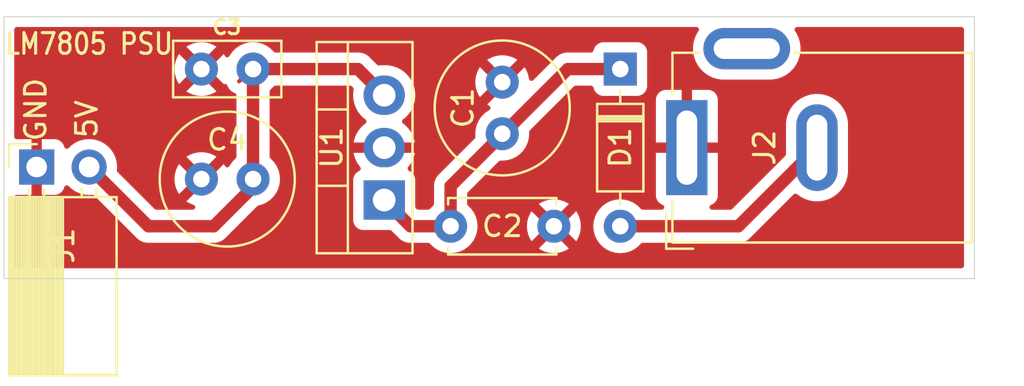
<source format=kicad_pcb>
(kicad_pcb (version 20240108) (generator "pcbnew") (generator_version "8.0")
  (layers (0 "F.Cu" signal) (31 "B.Cu" signal) (34 "B.Paste" user) (35 "F.Paste" user) (36 "B.SilkS" user "B.Silkscreen") (37 "F.SilkS" user "F.Silkscreen") (38 "B.Mask" user) (39 "F.Mask" user) (44 "Edge.Cuts" user))
  (net 0 "")
  (net 1 "/7-35V")
  (net 2 "GND")
  (net 3 "/5V")
  (net 4 "Net-(D1-K)")
  (footprint "Connector_BarrelJack:BarrelJack_GCT_DCJ200-10-A_Horizontal" (layer "F.Cu") (at 103.8725 78.74 90)
    (property "Reference" "J2" (at 0 3.76 270) (layer "F.SilkS"))
    (property "Value" "Barrel_Jack")
    (fp_line (start -3.2 -1) (end -4.9 -1) (stroke (width 0.12)) (layer "F.SilkS"))
    (fp_line (start -4.9 -1) (end -4.9 0.3) (stroke (width 0.12)) (layer "F.SilkS"))
    (fp_line (start 4.6 -0.7) (end 4.6 0.6) (stroke (width 0.12)) (layer "F.SilkS"))
    (fp_line (start 2.6 -0.7) (end 4.6 -0.7) (stroke (width 0.12)) (layer "F.SilkS"))
    (fp_line (start -4.6 -0.7) (end -2.6 -0.7) (stroke (width 0.12)) (layer "F.SilkS"))
    (fp_line (start 4.6 5.2) (end 4.6 13.8) (stroke (width 0.12)) (layer "F.SilkS"))
    (fp_line (start 4.6 13.8) (end -4.6 13.8) (stroke (width 0.12)) (layer "F.SilkS"))
    (fp_line (start -4.6 13.8) (end -4.6 -0.7) (stroke (width 0.12)) (layer "F.SilkS"))
    (pad "1" thru_hole rect (at 0 0 90) (size 4.6 2) (drill oval 3.6 1) (layers "*.Cu" "*.Mask") (net 2 "GND"))
    (pad "2" thru_hole oval (at 0 6.3 90) (size 4.2 2) (drill oval 3.2 1) (layers "*.Cu" "*.Mask") (net 1 "/7-35V"))
    (pad "3" thru_hole oval (at 4.8 2.9 90) (size 2 4.2) (drill oval 1 3.2) (layers "*.Cu" "*.Mask"))
  )
  (footprint "Connector_PinSocket_2.54mm:PinSocket_1x02_P2.54mm_Horizontal" (layer "F.Cu") (at 72.39 79.68 90)
    (property "Reference" "J1" (at -3.81 1.3 270) (layer "F.SilkS"))
    (property "Value" "Conn_01x02_Pin")
    (fp_line (start 1.11 -1.33) (end 1.11 0) (stroke (width 0.12)) (layer "F.SilkS"))
    (fp_line (start 0 -1.33) (end 1.11 -1.33) (stroke (width 0.12)) (layer "F.SilkS"))
    (fp_line (start -1.46 -1.33) (end -1.46 3.87) (stroke (width 0.12)) (layer "F.SilkS"))
    (fp_line (start -10.09 -1.33) (end -1.46 -1.33) (stroke (width 0.12)) (layer "F.SilkS"))
    (fp_line (start -10.09 -1.33) (end -10.09 3.87) (stroke (width 0.12)) (layer "F.SilkS"))
    (fp_line (start -10.09 -1.21) (end -1.46 -1.21) (stroke (width 0.12)) (layer "F.SilkS"))
    (fp_line (start -10.09 -1.091905) (end -1.46 -1.091905) (stroke (width 0.12)) (layer "F.SilkS"))
    (fp_line (start -10.09 -0.97381) (end -1.46 -0.97381) (stroke (width 0.12)) (layer "F.SilkS"))
    (fp_line (start -10.09 -0.855715) (end -1.46 -0.855715) (stroke (width 0.12)) (layer "F.SilkS"))
    (fp_line (start -10.09 -0.73762) (end -1.46 -0.73762) (stroke (width 0.12)) (layer "F.SilkS"))
    (fp_line (start -10.09 -0.619525) (end -1.46 -0.619525) (stroke (width 0.12)) (layer "F.SilkS"))
    (fp_line (start -10.09 -0.50143) (end -1.46 -0.50143) (stroke (width 0.12)) (layer "F.SilkS"))
    (fp_line (start -10.09 -0.383335) (end -1.46 -0.383335) (stroke (width 0.12)) (layer "F.SilkS"))
    (fp_line (start -1.46 -0.36) (end -1.11 -0.36) (stroke (width 0.12)) (layer "F.SilkS"))
    (fp_line (start -10.09 -0.26524) (end -1.46 -0.26524) (stroke (width 0.12)) (layer "F.SilkS"))
    (fp_line (start -10.09 -0.147145) (end -1.46 -0.147145) (stroke (width 0.12)) (layer "F.SilkS"))
    (fp_line (start -10.09 -0.02905) (end -1.46 -0.02905) (stroke (width 0.12)) (layer "F.SilkS"))
    (fp_line (start -10.09 0.089045) (end -1.46 0.089045) (stroke (width 0.12)) (layer "F.SilkS"))
    (fp_line (start -10.09 0.20714) (end -1.46 0.20714) (stroke (width 0.12)) (layer "F.SilkS"))
    (fp_line (start -10.09 0.325235) (end -1.46 0.325235) (stroke (width 0.12)) (layer "F.SilkS"))
    (fp_line (start -1.46 0.36) (end -1.11 0.36) (stroke (width 0.12)) (layer "F.SilkS"))
    (fp_line (start -10.09 0.44333) (end -1.46 0.44333) (stroke (width 0.12)) (layer "F.SilkS"))
    (fp_line (start -10.09 0.561425) (end -1.46 0.561425) (stroke (width 0.12)) (layer "F.SilkS"))
    (fp_line (start -10.09 0.67952) (end -1.46 0.67952) (stroke (width 0.12)) (layer "F.SilkS"))
    (fp_line (start -10.09 0.797615) (end -1.46 0.797615) (stroke (width 0.12)) (layer "F.SilkS"))
    (fp_line (start -10.09 0.91571) (end -1.46 0.91571) (stroke (width 0.12)) (layer "F.SilkS"))
    (fp_line (start -10.09 1.033805) (end -1.46 1.033805) (stroke (width 0.12)) (layer "F.SilkS"))
    (fp_line (start -10.09 1.1519) (end -1.46 1.1519) (stroke (width 0.12)) (layer "F.SilkS"))
    (fp_line (start -10.09 1.27) (end -1.46 1.27) (stroke (width 0.12)) (layer "F.SilkS"))
    (fp_line (start -1.46 2.18) (end -1.05 2.18) (stroke (width 0.12)) (layer "F.SilkS"))
    (fp_line (start -1.46 2.9) (end -1.05 2.9) (stroke (width 0.12)) (layer "F.SilkS"))
    (fp_line (start -10.09 3.87) (end -1.46 3.87) (stroke (width 0.12)) (layer "F.SilkS"))
    (pad "1" thru_hole rect (at 0 0 90) (size 1.7 1.7) (drill 1) (layers "*.Cu" "*.Mask") (net 2 "GND"))
    (pad "2" thru_hole oval (at 0 2.54 90) (size 1.7 1.7) (drill 1) (layers "*.Cu" "*.Mask") (net 3 "/5V"))
  )
  (footprint "Capacitor_THT:C_Disc_D5.0mm_W2.5mm_P2.50mm" (layer "F.Cu") (at 82.8675 74.93 180)
    (property "Reference" "C3" (at 1.27 2.032 180) (layer "F.SilkS") (effects (font (size 0.7 0.7))))
    (property "Value" "100nF")
    (fp_line (start 3.87 -1.37) (end 3.87 1.37) (stroke (width 0.12)) (layer "F.SilkS"))
    (fp_line (start -1.37 1.37) (end 3.87 1.37) (stroke (width 0.12)) (layer "F.SilkS"))
    (fp_line (start -1.37 -1.37) (end 3.87 -1.37) (stroke (width 0.12)) (layer "F.SilkS"))
    (fp_line (start -1.37 -1.37) (end -1.37 1.37) (stroke (width 0.12)) (layer "F.SilkS"))
    (pad "1" thru_hole circle (at 0 0 180) (size 1.6 1.6) (drill 0.8) (layers "*.Cu" "*.Mask") (net 3 "/5V"))
    (pad "2" thru_hole circle (at 2.5 0 180) (size 1.6 1.6) (drill 0.8) (layers "*.Cu" "*.Mask") (net 2 "GND"))
  )
  (footprint "Capacitor_THT:C_Radial_D6.3mm_H7.0mm_P2.50mm" (layer "F.Cu") (at 94.9325 78.065 90)
    (property "Reference" "C1" (at 1.25 -1.905 270) (layer "F.SilkS"))
    (property "Value" "10μF")
    (fp_circle (center 1.25 0) (end 4.52 0) (stroke (width 0.12)) (fill none) (layer "F.SilkS"))
    (pad "1" thru_hole circle (at 0 0 90) (size 1.6 1.6) (drill 0.8) (layers "*.Cu" "*.Mask") (net 4 "Net-(D1-K)"))
    (pad "2" thru_hole circle (at 2.5 0 90) (size 1.6 1.6) (drill 0.8) (layers "*.Cu" "*.Mask") (net 2 "GND"))
  )
  (footprint "Diode_THT:D_DO-35_SOD27_P7.62mm_Horizontal" (layer "F.Cu") (at 100.6475 74.93 -90)
    (property "Reference" "D1" (at 3.81 0 90) (layer "F.SilkS"))
    (property "Value" "BAT43")
    (fp_line (start 1.69 1.12) (end 5.93 1.12) (stroke (width 0.12)) (layer "F.SilkS"))
    (fp_line (start 5.93 1.12) (end 5.93 -1.12) (stroke (width 0.12)) (layer "F.SilkS"))
    (fp_line (start 1.04 0) (end 1.69 0) (stroke (width 0.12)) (layer "F.SilkS"))
    (fp_line (start 6.58 0) (end 5.93 0) (stroke (width 0.12)) (layer "F.SilkS"))
    (fp_line (start 1.69 -1.12) (end 1.69 1.12) (stroke (width 0.12)) (layer "F.SilkS"))
    (fp_line (start 2.29 -1.12) (end 2.29 1.12) (stroke (width 0.12)) (layer "F.SilkS"))
    (fp_line (start 2.41 -1.12) (end 2.41 1.12) (stroke (width 0.12)) (layer "F.SilkS"))
    (fp_line (start 2.53 -1.12) (end 2.53 1.12) (stroke (width 0.12)) (layer "F.SilkS"))
    (fp_line (start 5.93 -1.12) (end 1.69 -1.12) (stroke (width 0.12)) (layer "F.SilkS"))
    (pad "1" thru_hole rect (at 0 0 270) (size 1.6 1.6) (drill 0.8) (layers "*.Cu" "*.Mask") (net 4 "Net-(D1-K)"))
    (pad "2" thru_hole oval (at 7.62 0 270) (size 1.6 1.6) (drill 0.8) (layers "*.Cu" "*.Mask") (net 1 "/7-35V"))
  )
  (footprint "Package_TO_SOT_THT:TO-220-3_Vertical" (layer "F.Cu") (at 89.2175 81.28 90)
    (property "Reference" "U1" (at 2.54 -2.54 270) (layer "F.SilkS"))
    (property "Value" "LM7805_TO220")
    (fp_line (start 7.66 -3.27) (end 7.66 1.371) (stroke (width 0.12)) (layer "F.SilkS"))
    (fp_line (start 4.391 -3.27) (end 4.391 -1.76) (stroke (width 0.12)) (layer "F.SilkS"))
    (fp_line (start 0.69 -3.27) (end 0.69 -1.76) (stroke (width 0.12)) (layer "F.SilkS"))
    (fp_line (start -2.58 -3.27) (end 7.66 -3.27) (stroke (width 0.12)) (layer "F.SilkS"))
    (fp_line (start -2.58 -3.27) (end -2.58 1.371) (stroke (width 0.12)) (layer "F.SilkS"))
    (fp_line (start -2.58 -1.76) (end 7.66 -1.76) (stroke (width 0.12)) (layer "F.SilkS"))
    (fp_line (start -2.58 1.371) (end 7.66 1.371) (stroke (width 0.12)) (layer "F.SilkS"))
    (pad "1" thru_hole rect (at 0 0 90) (size 1.905 2) (drill 1.1) (layers "*.Cu" "*.Mask") (net 4 "Net-(D1-K)"))
    (pad "2" thru_hole oval (at 2.54 0 90) (size 1.905 2) (drill 1.1) (layers "*.Cu" "*.Mask") (net 2 "GND"))
    (pad "3" thru_hole oval (at 5.08 0 90) (size 1.905 2) (drill 1.1) (layers "*.Cu" "*.Mask") (net 3 "/5V"))
  )
  (footprint "Capacitor_THT:C_Disc_D5.0mm_W2.5mm_P5.00mm" (layer "F.Cu") (at 92.4325 82.55)
    (property "Reference" "C2" (at 2.5 0 360) (layer "F.SilkS"))
    (property "Value" "330nF")
    (fp_line (start -0.12 -1.37) (end -0.12 -1.055) (stroke (width 0.12)) (layer "F.SilkS"))
    (fp_line (start -0.12 -1.37) (end 5.12 -1.37) (stroke (width 0.12)) (layer "F.SilkS"))
    (fp_line (start -0.12 1.055) (end -0.12 1.37) (stroke (width 0.12)) (layer "F.SilkS"))
    (fp_line (start -0.12 1.37) (end 5.12 1.37) (stroke (width 0.12)) (layer "F.SilkS"))
    (fp_line (start 5.12 -1.37) (end 5.12 -1.055) (stroke (width 0.12)) (layer "F.SilkS"))
    (fp_line (start 5.12 1.055) (end 5.12 1.37) (stroke (width 0.12)) (layer "F.SilkS"))
    (pad "1" thru_hole circle (at 0 0) (size 1.6 1.6) (drill 0.8) (layers "*.Cu" "*.Mask") (net 4 "Net-(D1-K)"))
    (pad "2" thru_hole circle (at 5 0) (size 1.6 1.6) (drill 0.8) (layers "*.Cu" "*.Mask") (net 2 "GND"))
  )
  (footprint "Capacitor_THT:C_Radial_D6.3mm_H7.0mm_P2.50mm" (layer "F.Cu") (at 82.8675 80.264 180)
    (property "Reference" "C4" (at 1.25 1.905 180) (layer "F.SilkS"))
    (property "Value" "10μF")
    (fp_circle (center 1.25 0) (end 4.52 0) (stroke (width 0.12)) (fill none) (layer "F.SilkS"))
    (pad "1" thru_hole circle (at 0 0 180) (size 1.6 1.6) (drill 0.8) (layers "*.Cu" "*.Mask") (net 3 "/5V"))
    (pad "2" thru_hole circle (at 2.5 0 180) (size 1.6 1.6) (drill 0.8) (layers "*.Cu" "*.Mask") (net 2 "GND"))
  )
  (gr_rect (start 70.8025 72.39) (end 117.7925 85.09) (stroke (width 0.05)) (fill none) (layer "Edge.Cuts"))
  (gr_text "GND" (at 72.928499 75.272381 90) (layer "F.SilkS") (effects (font (size 1 1)) (justify right bottom)))
  (gr_text "5V" (at 75.4015 76.350476 90) (layer "F.SilkS") (effects (font (size 1 1)) (justify right bottom)))
  (gr_text "LM7805 PSU" (at 74.93 74.295 0) (layer "F.SilkS") (effects (font (size 1 0.85)) (justify bottom)))
  (segment (start 106.3625 82.55) (end 100.6475 82.55) (width 0.6) (layer "F.Cu") (net 1))
  (segment (start 110.1725 78.74) (end 106.3625 82.55) (width 0.6) (layer "F.Cu") (net 1))
  (segment (start 89.2175 76.2) (end 87.9475 74.93) (width 0.6) (layer "F.Cu") (net 3))
  (segment (start 82.1925 75.525) (end 82.7875 74.93) (width 0.2) (layer "F.Cu") (net 3))
  (segment (start 82.7875 74.93) (end 82.8675 74.93) (width 0.2) (layer "F.Cu") (net 3))
  (segment (start 82.8675 74.93) (end 82.8675 80.645) (width 0.6) (layer "F.Cu") (net 3))
  (segment (start 80.9625 82.55) (end 77.8 82.55) (width 0.6) (layer "F.Cu") (net 3))
  (segment (start 77.8 82.55) (end 74.93 79.68) (width 0.6) (layer "F.Cu") (net 3))
  (segment (start 82.8675 80.645) (end 80.9625 82.55) (width 0.6) (layer "F.Cu") (net 3))
  (segment (start 87.9475 74.93) (end 82.8675 74.93) (width 0.6) (layer "F.Cu") (net 3))
  (segment (start 98.1075 74.93) (end 94.9725 78.065) (width 0.6) (layer "F.Cu") (net 4))
  (segment (start 92.4325 80.605) (end 92.4325 82.55) (width 0.6) (layer "F.Cu") (net 4))
  (segment (start 94.9725 78.065) (end 94.9325 78.065) (width 0.6) (layer "F.Cu") (net 4))
  (segment (start 94.9325 78.105) (end 92.4325 80.605) (width 0.6) (layer "F.Cu") (net 4))
  (segment (start 90.4875 82.55) (end 89.2175 81.28) (width 0.6) (layer "F.Cu") (net 4))
  (segment (start 92.4325 82.55) (end 90.4875 82.55) (width 0.6) (layer "F.Cu") (net 4))
  (segment (start 94.9325 78.065) (end 94.9325 78.105) (width 0.6) (layer "F.Cu") (net 4))
  (segment (start 100.0125 74.93) (end 98.1075 74.93) (width 0.6) (layer "F.Cu") (net 4))
  (zone (net 2) (net_name "GND") (layer "F.Cu") (connect_pads (clearance 0.5)) (min_thickness 0.25) (fill yes (thermal_gap 0.5) (thermal_bridge_width 0.5))
    (polygon (pts (xy 70.8025 85.09) (xy 70.8025 72.39) (xy 117.7925 72.39) (xy 117.7925 85.09)))
  )
)
</source>
